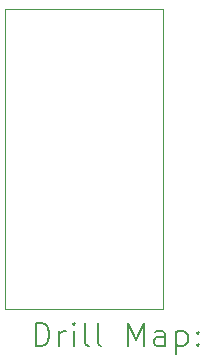
<source format=gbr>
%TF.GenerationSoftware,KiCad,Pcbnew,7.0.9*%
%TF.CreationDate,2024-04-23T21:05:59-07:00*%
%TF.ProjectId,U11-74LS138,5531312d-3734-44c5-9331-33382e6b6963,rev?*%
%TF.SameCoordinates,Original*%
%TF.FileFunction,Drillmap*%
%TF.FilePolarity,Positive*%
%FSLAX45Y45*%
G04 Gerber Fmt 4.5, Leading zero omitted, Abs format (unit mm)*
G04 Created by KiCad (PCBNEW 7.0.9) date 2024-04-23 21:05:59*
%MOMM*%
%LPD*%
G01*
G04 APERTURE LIST*
%ADD10C,0.100000*%
%ADD11C,0.200000*%
G04 APERTURE END LIST*
D10*
X15938500Y-8509000D02*
X14605000Y-8509000D01*
X15938500Y-11049000D02*
X15938500Y-8509000D01*
X14605000Y-11049000D02*
X15938500Y-11049000D01*
X14605000Y-8509000D02*
X14605000Y-11049000D01*
D11*
X14860777Y-11365484D02*
X14860777Y-11165484D01*
X14860777Y-11165484D02*
X14908396Y-11165484D01*
X14908396Y-11165484D02*
X14936967Y-11175008D01*
X14936967Y-11175008D02*
X14956015Y-11194055D01*
X14956015Y-11194055D02*
X14965539Y-11213103D01*
X14965539Y-11213103D02*
X14975062Y-11251198D01*
X14975062Y-11251198D02*
X14975062Y-11279769D01*
X14975062Y-11279769D02*
X14965539Y-11317865D01*
X14965539Y-11317865D02*
X14956015Y-11336912D01*
X14956015Y-11336912D02*
X14936967Y-11355960D01*
X14936967Y-11355960D02*
X14908396Y-11365484D01*
X14908396Y-11365484D02*
X14860777Y-11365484D01*
X15060777Y-11365484D02*
X15060777Y-11232150D01*
X15060777Y-11270246D02*
X15070301Y-11251198D01*
X15070301Y-11251198D02*
X15079824Y-11241674D01*
X15079824Y-11241674D02*
X15098872Y-11232150D01*
X15098872Y-11232150D02*
X15117920Y-11232150D01*
X15184586Y-11365484D02*
X15184586Y-11232150D01*
X15184586Y-11165484D02*
X15175062Y-11175008D01*
X15175062Y-11175008D02*
X15184586Y-11184531D01*
X15184586Y-11184531D02*
X15194110Y-11175008D01*
X15194110Y-11175008D02*
X15184586Y-11165484D01*
X15184586Y-11165484D02*
X15184586Y-11184531D01*
X15308396Y-11365484D02*
X15289348Y-11355960D01*
X15289348Y-11355960D02*
X15279824Y-11336912D01*
X15279824Y-11336912D02*
X15279824Y-11165484D01*
X15413158Y-11365484D02*
X15394110Y-11355960D01*
X15394110Y-11355960D02*
X15384586Y-11336912D01*
X15384586Y-11336912D02*
X15384586Y-11165484D01*
X15641729Y-11365484D02*
X15641729Y-11165484D01*
X15641729Y-11165484D02*
X15708396Y-11308341D01*
X15708396Y-11308341D02*
X15775062Y-11165484D01*
X15775062Y-11165484D02*
X15775062Y-11365484D01*
X15956015Y-11365484D02*
X15956015Y-11260722D01*
X15956015Y-11260722D02*
X15946491Y-11241674D01*
X15946491Y-11241674D02*
X15927443Y-11232150D01*
X15927443Y-11232150D02*
X15889348Y-11232150D01*
X15889348Y-11232150D02*
X15870301Y-11241674D01*
X15956015Y-11355960D02*
X15936967Y-11365484D01*
X15936967Y-11365484D02*
X15889348Y-11365484D01*
X15889348Y-11365484D02*
X15870301Y-11355960D01*
X15870301Y-11355960D02*
X15860777Y-11336912D01*
X15860777Y-11336912D02*
X15860777Y-11317865D01*
X15860777Y-11317865D02*
X15870301Y-11298817D01*
X15870301Y-11298817D02*
X15889348Y-11289293D01*
X15889348Y-11289293D02*
X15936967Y-11289293D01*
X15936967Y-11289293D02*
X15956015Y-11279769D01*
X16051253Y-11232150D02*
X16051253Y-11432150D01*
X16051253Y-11241674D02*
X16070301Y-11232150D01*
X16070301Y-11232150D02*
X16108396Y-11232150D01*
X16108396Y-11232150D02*
X16127443Y-11241674D01*
X16127443Y-11241674D02*
X16136967Y-11251198D01*
X16136967Y-11251198D02*
X16146491Y-11270246D01*
X16146491Y-11270246D02*
X16146491Y-11327388D01*
X16146491Y-11327388D02*
X16136967Y-11346436D01*
X16136967Y-11346436D02*
X16127443Y-11355960D01*
X16127443Y-11355960D02*
X16108396Y-11365484D01*
X16108396Y-11365484D02*
X16070301Y-11365484D01*
X16070301Y-11365484D02*
X16051253Y-11355960D01*
X16232205Y-11346436D02*
X16241729Y-11355960D01*
X16241729Y-11355960D02*
X16232205Y-11365484D01*
X16232205Y-11365484D02*
X16222682Y-11355960D01*
X16222682Y-11355960D02*
X16232205Y-11346436D01*
X16232205Y-11346436D02*
X16232205Y-11365484D01*
X16232205Y-11241674D02*
X16241729Y-11251198D01*
X16241729Y-11251198D02*
X16232205Y-11260722D01*
X16232205Y-11260722D02*
X16222682Y-11251198D01*
X16222682Y-11251198D02*
X16232205Y-11241674D01*
X16232205Y-11241674D02*
X16232205Y-11260722D01*
M02*

</source>
